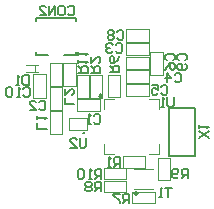
<source format=gbo>
G04*
G04 #@! TF.GenerationSoftware,Altium Limited,Altium Designer,19.0.15 (446)*
G04*
G04 Layer_Color=32896*
%FSAX25Y25*%
%MOIN*%
G70*
G01*
G75*
%ADD10C,0.00394*%
%ADD11C,0.01000*%
%ADD12C,0.00787*%
%ADD13C,0.00591*%
D10*
X0132062Y0173268D02*
Y0175630D01*
Y0173268D02*
Y0174449D01*
X0129299Y0173268D02*
X0132062D01*
X0129299Y0175630D02*
X0132062D01*
X0132055D02*
X0133236D01*
X0132062Y0173268D02*
X0133276D01*
X0174673Y0172343D02*
Y0180020D01*
X0170539D02*
X0174673D01*
X0170539Y0172343D02*
Y0180020D01*
Y0172343D02*
X0174673D01*
X0162429Y0187618D02*
X0170106D01*
X0162429Y0183484D02*
Y0187618D01*
Y0183484D02*
X0170106D01*
Y0187618D01*
X0162466Y0165256D02*
Y0169390D01*
X0170143D01*
Y0165256D02*
Y0169390D01*
X0162466Y0165256D02*
X0170143D01*
X0162466Y0174390D02*
Y0178524D01*
X0170143D01*
Y0174390D02*
Y0178524D01*
X0162466Y0174390D02*
X0170143D01*
X0162466Y0169823D02*
Y0173957D01*
X0170143D01*
Y0169823D02*
Y0173957D01*
X0162466Y0169823D02*
X0170143D01*
X0162466Y0178917D02*
Y0183051D01*
X0170143D01*
Y0178917D02*
Y0183051D01*
X0162466Y0178917D02*
X0170143D01*
X0137213Y0168898D02*
X0141150D01*
X0137213D02*
Y0176378D01*
X0141150D01*
Y0168898D02*
Y0176378D01*
X0137114Y0160831D02*
X0141248D01*
X0137114D02*
Y0168508D01*
X0141248D01*
Y0160831D02*
Y0168508D01*
X0141563Y0176516D02*
X0145697D01*
Y0168839D02*
Y0176516D01*
X0141563Y0168839D02*
X0145697D01*
X0141563D02*
Y0176516D01*
X0131567Y0164913D02*
X0135701D01*
X0131567D02*
Y0172591D01*
X0135701D01*
Y0164913D02*
Y0172591D01*
X0137213Y0152865D02*
X0141150D01*
X0137213D02*
Y0160345D01*
X0141150D01*
Y0152865D02*
Y0160345D01*
X0143433Y0154095D02*
Y0158031D01*
X0149339Y0154095D02*
Y0158031D01*
X0143433D02*
X0149339D01*
X0143433Y0154095D02*
X0149339D01*
X0150441Y0164882D02*
X0154378D01*
X0150441D02*
Y0172362D01*
X0154378D01*
Y0164882D02*
Y0172362D01*
X0146071Y0164882D02*
X0150008D01*
X0146071D02*
Y0172362D01*
X0150008D01*
Y0164882D02*
Y0172362D01*
X0153768Y0160295D02*
Y0164429D01*
X0146091Y0160295D02*
X0153768D01*
X0146091D02*
Y0164429D01*
X0153768D01*
X0156504Y0164961D02*
X0160441D01*
X0156504D02*
Y0172441D01*
X0160441D01*
Y0164961D02*
Y0172441D01*
X0165194Y0140984D02*
X0171622D01*
X0165205Y0134291D02*
X0171632D01*
X0162606Y0137598D02*
Y0141535D01*
X0155126Y0137598D02*
X0162606D01*
X0155126D02*
Y0141535D01*
X0162606D01*
X0173236Y0137362D02*
X0177173D01*
X0173236D02*
Y0144843D01*
X0177173D01*
Y0137362D02*
Y0144843D01*
X0162567Y0133268D02*
Y0137205D01*
X0155087Y0133268D02*
X0162567D01*
X0155087D02*
Y0137205D01*
X0162567D01*
X0172055Y0129606D02*
Y0133543D01*
X0164575Y0129606D02*
X0172055D01*
X0164575D02*
Y0133543D01*
X0172055D01*
X0173512Y0161181D02*
Y0164527D01*
X0170165D02*
X0173512D01*
Y0146024D02*
Y0149370D01*
X0170165Y0146024D02*
X0173512D01*
X0155008D02*
X0158354D01*
X0155008D02*
Y0149370D01*
Y0164527D02*
X0158354D01*
X0155008Y0161181D02*
Y0164527D01*
X0161465Y0141457D02*
Y0145394D01*
X0168945D01*
Y0141457D02*
Y0145394D01*
X0161465Y0141457D02*
X0168945D01*
D11*
X0148551Y0153110D02*
G03*
X0148551Y0153110I-0000197J0000000D01*
G01*
X0166386Y0132992D02*
G03*
X0166386Y0132992I-0000473J0000000D01*
G01*
X0154526Y0165433D02*
G03*
X0154526Y0165433I-0000424J0000000D01*
G01*
D12*
X0145874Y0190480D02*
X0145874Y0191268D01*
X0132488D02*
X0145874D01*
X0132488Y0190480D02*
Y0191268D01*
X0141937Y0179063D02*
X0145874D01*
Y0180244D01*
X0132488Y0179063D02*
X0132488Y0180244D01*
X0132488Y0179063D02*
X0136425Y0179063D01*
X0176819Y0145346D02*
Y0161346D01*
X0185650D01*
Y0145346D02*
Y0161346D01*
X0176819Y0145346D02*
X0185650D01*
D13*
X0130087Y0172322D02*
Y0169173D01*
X0128512D01*
X0127988Y0169698D01*
Y0171797D01*
X0128512Y0172322D01*
X0130087D01*
X0126938Y0169173D02*
X0125889D01*
X0126413D01*
Y0172322D01*
X0126938Y0171797D01*
X0143106Y0194986D02*
X0143630Y0195511D01*
X0144680D01*
X0145205Y0194986D01*
Y0192887D01*
X0144680Y0192362D01*
X0143630D01*
X0143106Y0192887D01*
X0140482Y0195511D02*
X0141531D01*
X0142056Y0194986D01*
Y0192887D01*
X0141531Y0192362D01*
X0140482D01*
X0139957Y0192887D01*
Y0194986D01*
X0140482Y0195511D01*
X0138908Y0192362D02*
Y0195511D01*
X0136809Y0192362D01*
Y0195511D01*
X0133660Y0192362D02*
X0135759D01*
X0133660Y0194461D01*
Y0194986D01*
X0134185Y0195511D01*
X0135234D01*
X0135759Y0194986D01*
X0190007Y0151496D02*
X0186858Y0153595D01*
X0190007D02*
X0186858Y0151496D01*
Y0154645D02*
Y0155694D01*
Y0155169D01*
X0190007D01*
X0189482Y0154645D01*
X0178394Y0165038D02*
Y0162415D01*
X0177869Y0161890D01*
X0176819D01*
X0176295Y0162415D01*
Y0165038D01*
X0175245Y0161890D02*
X0174196D01*
X0174720D01*
Y0165038D01*
X0175245Y0164514D01*
X0149181Y0151377D02*
Y0148753D01*
X0148656Y0148228D01*
X0147607D01*
X0147082Y0148753D01*
Y0151377D01*
X0143933Y0148228D02*
X0146033D01*
X0143933Y0150327D01*
Y0150852D01*
X0144458Y0151377D01*
X0145508D01*
X0146033Y0150852D01*
X0177685Y0134842D02*
X0175586D01*
X0176636D01*
Y0131693D01*
X0174536D02*
X0173487D01*
X0174012D01*
Y0134842D01*
X0174536Y0134317D01*
X0146543Y0173228D02*
X0149692D01*
Y0174803D01*
X0149167Y0175327D01*
X0148118D01*
X0147593Y0174803D01*
Y0173228D01*
Y0174278D02*
X0146543Y0175327D01*
Y0176377D02*
Y0177427D01*
Y0176902D01*
X0149692D01*
X0149167Y0176377D01*
X0146543Y0179001D02*
Y0180050D01*
Y0179525D01*
X0149692D01*
X0149167Y0179001D01*
X0154260Y0137835D02*
Y0140983D01*
X0152685D01*
X0152161Y0140459D01*
Y0139409D01*
X0152685Y0138884D01*
X0154260D01*
X0153210D02*
X0152161Y0137835D01*
X0151111D02*
X0150062D01*
X0150586D01*
Y0140983D01*
X0151111Y0140459D01*
X0148487D02*
X0147963Y0140983D01*
X0146913D01*
X0146388Y0140459D01*
Y0138359D01*
X0146913Y0137835D01*
X0147963D01*
X0148487Y0138359D01*
Y0140459D01*
X0183118Y0137992D02*
Y0141141D01*
X0181544D01*
X0181019Y0140616D01*
Y0139566D01*
X0181544Y0139042D01*
X0183118D01*
X0182069D02*
X0181019Y0137992D01*
X0179970Y0138517D02*
X0179445Y0137992D01*
X0178395D01*
X0177871Y0138517D01*
Y0140616D01*
X0178395Y0141141D01*
X0179445D01*
X0179970Y0140616D01*
Y0140091D01*
X0179445Y0139566D01*
X0177871D01*
X0154181Y0133661D02*
Y0136810D01*
X0152607D01*
X0152082Y0136285D01*
Y0135236D01*
X0152607Y0134711D01*
X0154181D01*
X0153132D02*
X0152082Y0133661D01*
X0151032Y0136285D02*
X0150508Y0136810D01*
X0149458D01*
X0148933Y0136285D01*
Y0135760D01*
X0149458Y0135236D01*
X0148933Y0134711D01*
Y0134186D01*
X0149458Y0133661D01*
X0150508D01*
X0151032Y0134186D01*
Y0134711D01*
X0150508Y0135236D01*
X0151032Y0135760D01*
Y0136285D01*
X0150508Y0135236D02*
X0149458D01*
X0163512Y0129724D02*
Y0132873D01*
X0161937D01*
X0161413Y0132348D01*
Y0131299D01*
X0161937Y0130774D01*
X0163512D01*
X0162462D02*
X0161413Y0129724D01*
X0160363Y0132873D02*
X0158264D01*
Y0132348D01*
X0160363Y0130249D01*
Y0129724D01*
X0157055Y0173346D02*
X0160204D01*
Y0174921D01*
X0159679Y0175445D01*
X0158629D01*
X0158105Y0174921D01*
Y0173346D01*
Y0174396D02*
X0157055Y0175445D01*
X0160204Y0178594D02*
X0159679Y0177545D01*
X0158629Y0176495D01*
X0157580D01*
X0157055Y0177020D01*
Y0178069D01*
X0157580Y0178594D01*
X0158105D01*
X0158629Y0178069D01*
Y0176495D01*
X0150835Y0173228D02*
X0153983D01*
Y0174803D01*
X0153458Y0175327D01*
X0152409D01*
X0151884Y0174803D01*
Y0173228D01*
Y0174278D02*
X0150835Y0175327D01*
Y0178476D02*
Y0176377D01*
X0152934Y0178476D01*
X0153458D01*
X0153983Y0177951D01*
Y0176902D01*
X0153458Y0176377D01*
X0160559Y0141772D02*
Y0144920D01*
X0158985D01*
X0158460Y0144395D01*
Y0143346D01*
X0158985Y0142821D01*
X0160559D01*
X0159510D02*
X0158460Y0141772D01*
X0157411D02*
X0156361D01*
X0156886D01*
Y0144920D01*
X0157411Y0144395D01*
X0145164Y0162598D02*
X0142016D01*
Y0164698D01*
Y0167846D02*
Y0165747D01*
X0144115Y0167846D01*
X0144640D01*
X0145164Y0167321D01*
Y0166272D01*
X0144640Y0165747D01*
X0136070Y0154479D02*
X0132921D01*
Y0156578D01*
Y0157627D02*
Y0158677D01*
Y0158152D01*
X0136070D01*
X0135545Y0157627D01*
X0128263Y0167742D02*
X0128788Y0168267D01*
X0129837D01*
X0130362Y0167742D01*
Y0165643D01*
X0129837Y0165118D01*
X0128788D01*
X0128263Y0165643D01*
X0127214Y0165118D02*
X0126164D01*
X0126689D01*
Y0168267D01*
X0127214Y0167742D01*
X0124590D02*
X0124065Y0168267D01*
X0123015D01*
X0122491Y0167742D01*
Y0165643D01*
X0123015Y0165118D01*
X0124065D01*
X0124590Y0165643D01*
Y0167742D01*
X0180179Y0177271D02*
X0179655Y0177796D01*
Y0178845D01*
X0180179Y0179370D01*
X0182278D01*
X0182803Y0178845D01*
Y0177796D01*
X0182278Y0177271D01*
Y0176222D02*
X0182803Y0175697D01*
Y0174647D01*
X0182278Y0174122D01*
X0180179D01*
X0179655Y0174647D01*
Y0175697D01*
X0180179Y0176222D01*
X0180704D01*
X0181229Y0175697D01*
Y0174122D01*
X0159523Y0186797D02*
X0160048Y0187322D01*
X0161097D01*
X0161622Y0186797D01*
Y0184698D01*
X0161097Y0184173D01*
X0160048D01*
X0159523Y0184698D01*
X0158474Y0186797D02*
X0157949Y0187322D01*
X0156899D01*
X0156374Y0186797D01*
Y0186272D01*
X0156899Y0185748D01*
X0156374Y0185223D01*
Y0184698D01*
X0156899Y0184173D01*
X0157949D01*
X0158474Y0184698D01*
Y0185223D01*
X0157949Y0185748D01*
X0158474Y0186272D01*
Y0186797D01*
X0157949Y0185748D02*
X0156899D01*
X0176164Y0177310D02*
X0175639Y0177835D01*
Y0178885D01*
X0176164Y0179409D01*
X0178263D01*
X0178787Y0178885D01*
Y0177835D01*
X0178263Y0177310D01*
X0175639Y0174162D02*
X0176164Y0175211D01*
X0177213Y0176261D01*
X0178263D01*
X0178787Y0175736D01*
Y0174687D01*
X0178263Y0174162D01*
X0177738D01*
X0177213Y0174687D01*
Y0176261D01*
X0174169Y0168451D02*
X0174693Y0168975D01*
X0175743D01*
X0176268Y0168451D01*
Y0166351D01*
X0175743Y0165827D01*
X0174693D01*
X0174169Y0166351D01*
X0171020Y0168975D02*
X0173119D01*
Y0167401D01*
X0172070Y0167926D01*
X0171545D01*
X0171020Y0167401D01*
Y0166351D01*
X0171545Y0165827D01*
X0172594D01*
X0173119Y0166351D01*
X0178696Y0172545D02*
X0179221Y0173070D01*
X0180271D01*
X0180795Y0172545D01*
Y0170446D01*
X0180271Y0169921D01*
X0179221D01*
X0178696Y0170446D01*
X0176072Y0169921D02*
Y0173070D01*
X0177647Y0171496D01*
X0175548D01*
X0159129Y0182427D02*
X0159654Y0182952D01*
X0160704D01*
X0161228Y0182427D01*
Y0180328D01*
X0160704Y0179803D01*
X0159654D01*
X0159129Y0180328D01*
X0158080Y0182427D02*
X0157555Y0182952D01*
X0156505D01*
X0155981Y0182427D01*
Y0181902D01*
X0156505Y0181377D01*
X0157030D01*
X0156505D01*
X0155981Y0180853D01*
Y0180328D01*
X0156505Y0179803D01*
X0157555D01*
X0158080Y0180328D01*
X0133499Y0163332D02*
X0134024Y0163857D01*
X0135074D01*
X0135598Y0163332D01*
Y0161233D01*
X0135074Y0160709D01*
X0134024D01*
X0133499Y0161233D01*
X0130351Y0160709D02*
X0132450D01*
X0130351Y0162808D01*
Y0163332D01*
X0130876Y0163857D01*
X0131925D01*
X0132450Y0163332D01*
X0151767Y0158844D02*
X0152292Y0159369D01*
X0153341D01*
X0153866Y0158844D01*
Y0156745D01*
X0153341Y0156220D01*
X0152292D01*
X0151767Y0156745D01*
X0150718Y0156220D02*
X0149668D01*
X0150193D01*
Y0159369D01*
X0150718Y0158844D01*
M02*

</source>
